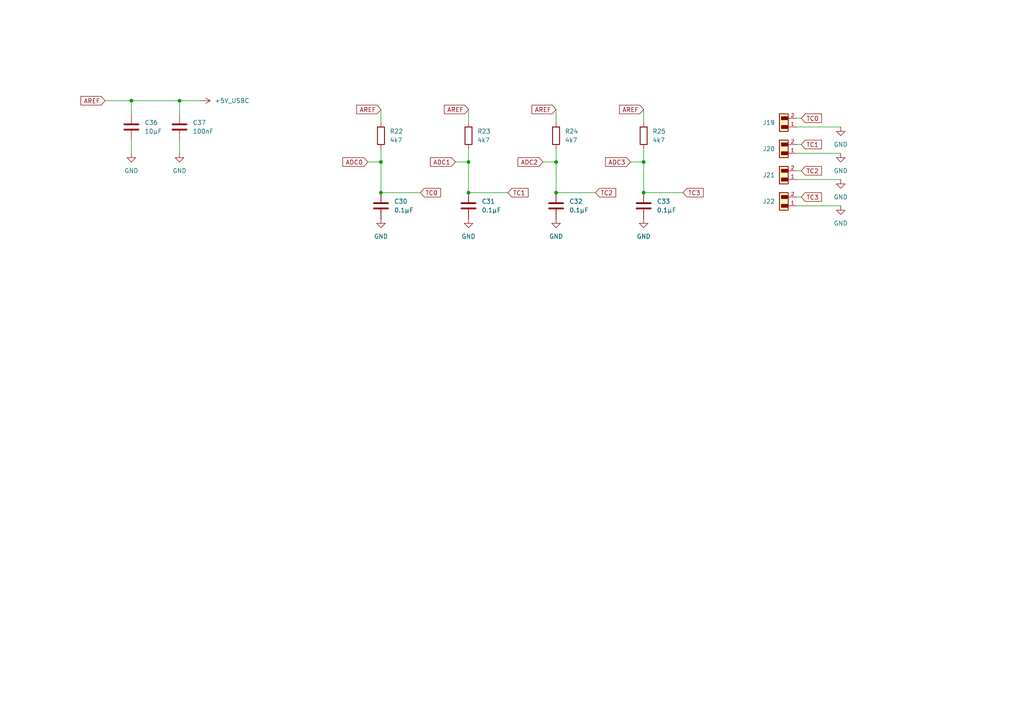
<source format=kicad_sch>
(kicad_sch (version 20231120) (generator "eeschema") (generator_version "8.0")
  (paper "A4")
  (lib_symbols
    (symbol "Device:C" (pin_numbers hide) (pin_names (offset 0.254))
      (property "Reference" "C" (at 0.635 2.54 0))
      (property "Value" "C" (at 0.635 -2.54 0))
      (symbol "C_0_1"
        (polyline (pts (xy -2.032 -0.762) (xy 2.032 -0.762)) (stroke (width 0.508)))
        (polyline (pts (xy -2.032 0.762) (xy 2.032 0.762)) (stroke (width 0.508)))
      )
      (symbol "C_1_1"
        (pin passive line (at 0 3.81 270) (length 2.794) (name "~") (number "1"))
        (pin passive line (at 0 -3.81 90) (length 2.794) (name "~") (number "2"))
      )
    )
    (symbol "Device:R" (pin_numbers hide) (pin_names (offset 0))
      (property "Reference" "R" (at 2.032 0 90))
      (property "Value" "R" (at 0 0 90))
      (symbol "R_0_1"
        (rectangle (start -1.016 -2.54) (end 1.016 2.54) (stroke (width 0.254)))
      )
      (symbol "R_1_1"
        (pin passive line (at 0 3.81 270) (length 1.27) (name "~") (number "1"))
        (pin passive line (at 0 -3.81 90) (length 1.27) (name "~") (number "2"))
      )
    )
    (symbol "Imported_Component_Symbols:665102131822" (pin_names (offset 1.016))
      (property "Reference" "J" (at 2.146 -0.832 0))
      (symbol "665102131822_0_0"
        (rectangle (start -3.81 -2.54) (end 1.27 0) (stroke (width 0.254)) (fill (type background)))
        (rectangle (start -3.04 -2.5) (end -2.04 -0.5) (stroke (width 0.1)) (fill (type outline)))
        (rectangle (start -0.5 -2.5) (end 0.5 -0.5) (stroke (width 0.1)) (fill (type outline)))
        (pin passive line (at 0 -5.08 90) (length 2.54) (name "~") (number "1"))
        (pin passive line (at -2.54 -5.08 90) (length 2.54) (name "~") (number "2"))
      )
    )
    (symbol "power:+5C" (power) (pin_numbers hide) (pin_names (offset 0) hide)
      (property "Value" "+5C" (at 0 3.556 0))
      (symbol "+5C_0_1"
        (polyline (pts (xy -0.762 1.27) (xy 0 2.54)))
        (polyline (pts (xy 0 0) (xy 0 2.54)))
        (polyline (pts (xy 0 2.54) (xy 0.762 1.27)))
      )
      (symbol "+5C_1_1"
        (pin power_in line (at 0 0 90) (length 0) (name "~") (number "1"))
      )
    )
    (symbol "power:GND" (power) (pin_numbers hide) (pin_names (offset 0) hide)
      (property "Value" "GND" (at 0 -3.81 0))
      (symbol "GND_0_1"
        (polyline (pts (xy 0 0) (xy 0 -1.27) (xy 1.27 -1.27) (xy 0 -2.54) (xy -1.27 -1.27) (xy 0 -1.27)))
      )
      (symbol "GND_1_1"
        (pin power_in line (at 0 0 270) (length 0) (name "~") (number "1"))
      )
    )
  )
  (junction (at 186.69 46.99))
  (junction (at 186.69 55.88))
  (junction (at 161.29 55.88))
  (junction (at 38.1 29.21))
  (junction (at 135.89 46.99))
  (junction (at 161.29 46.99))
  (junction (at 110.49 46.99))
  (junction (at 135.89 55.88))
  (junction (at 52.07 29.21))
  (junction (at 110.49 55.88))
  (wire (pts (xy 135.89 43.18) (xy 135.89 46.99)))
  (wire (pts (xy 161.29 46.99) (xy 161.29 43.18)))
  (wire (pts (xy 232.41 57.15) (xy 231.14 57.15)))
  (wire (pts (xy 161.29 31.75) (xy 161.29 35.56)))
  (wire (pts (xy 243.84 52.07) (xy 231.14 52.07)))
  (wire (pts (xy 135.89 55.88) (xy 135.89 46.99)))
  (wire (pts (xy 186.69 55.88) (xy 186.69 46.99)))
  (wire (pts (xy 161.29 46.99) (xy 157.48 46.99)))
  (wire (pts (xy 232.41 34.29) (xy 231.14 34.29)))
  (wire (pts (xy 135.89 31.75) (xy 135.89 35.56)))
  (wire (pts (xy 135.89 46.99) (xy 132.08 46.99)))
  (wire (pts (xy 243.84 44.45) (xy 231.14 44.45)))
  (wire (pts (xy 52.07 40.64) (xy 52.07 44.45)))
  (wire (pts (xy 52.07 29.21) (xy 58.42 29.21)))
  (wire (pts (xy 38.1 29.21) (xy 52.07 29.21)))
  (wire (pts (xy 243.84 59.69) (xy 231.14 59.69)))
  (wire (pts (xy 161.29 55.88) (xy 161.29 46.99)))
  (wire (pts (xy 110.49 43.18) (xy 110.49 46.99)))
  (wire (pts (xy 110.49 46.99) (xy 106.68 46.99)))
  (wire (pts (xy 186.69 43.18) (xy 186.69 46.99)))
  (wire (pts (xy 38.1 29.21) (xy 38.1 33.02)))
  (wire (pts (xy 161.29 55.88) (xy 172.72 55.88)))
  (wire (pts (xy 52.07 29.21) (xy 52.07 33.02)))
  (wire (pts (xy 110.49 31.75) (xy 110.49 35.56)))
  (wire (pts (xy 110.49 55.88) (xy 110.49 46.99)))
  (wire (pts (xy 232.41 49.53) (xy 231.14 49.53)))
  (wire (pts (xy 30.48 29.21) (xy 38.1 29.21)))
  (wire (pts (xy 186.69 55.88) (xy 198.12 55.88)))
  (wire (pts (xy 135.89 55.88) (xy 147.32 55.88)))
  (wire (pts (xy 186.69 31.75) (xy 186.69 35.56)))
  (wire (pts (xy 110.49 55.88) (xy 121.92 55.88)))
  (wire (pts (xy 243.84 36.83) (xy 231.14 36.83)))
  (wire (pts (xy 232.41 41.91) (xy 231.14 41.91)))
  (wire (pts (xy 38.1 40.64) (xy 38.1 44.45)))
  (wire (pts (xy 186.69 46.99) (xy 182.88 46.99)))
  (global_label "TC3" (shape input) (at 232.41 57.15 0) (property "Intersheetrefs" "${INTERSHEET_REFS}" (effects (hide yes))))
  (global_label "AREF" (shape input) (at 186.69 31.75 180) (property "Intersheetrefs" "${INTERSHEET_REFS}" (effects (hide yes))))
  (global_label "AREF" (shape input) (at 30.48 29.21 180) (property "Intersheetrefs" "${INTERSHEET_REFS}" (effects (hide yes))))
  (global_label "TC2" (shape input) (at 172.72 55.88 0) (property "Intersheetrefs" "${INTERSHEET_REFS}" (effects (hide yes))))
  (global_label "TC0" (shape input) (at 121.92 55.88 0) (property "Intersheetrefs" "${INTERSHEET_REFS}" (effects (hide yes))))
  (global_label "TC3" (shape input) (at 198.12 55.88 0) (property "Intersheetrefs" "${INTERSHEET_REFS}" (effects (hide yes))))
  (global_label "TC1" (shape input) (at 232.41 41.91 0) (property "Intersheetrefs" "${INTERSHEET_REFS}" (effects (hide yes))))
  (global_label "AREF" (shape input) (at 161.29 31.75 180) (property "Intersheetrefs" "${INTERSHEET_REFS}" (effects (hide yes))))
  (global_label "TC1" (shape input) (at 147.32 55.88 0) (property "Intersheetrefs" "${INTERSHEET_REFS}" (effects (hide yes))))
  (global_label "ADC0" (shape input) (at 106.68 46.99 180) (property "Intersheetrefs" "${INTERSHEET_REFS}" (effects (hide yes))))
  (global_label "AREF" (shape input) (at 110.49 31.75 180) (property "Intersheetrefs" "${INTERSHEET_REFS}" (effects (hide yes))))
  (global_label "ADC3" (shape input) (at 182.88 46.99 180) (property "Intersheetrefs" "${INTERSHEET_REFS}" (effects (hide yes))))
  (global_label "ADC2" (shape input) (at 157.48 46.99 180) (property "Intersheetrefs" "${INTERSHEET_REFS}" (effects (hide yes))))
  (global_label "TC0" (shape input) (at 232.41 34.29 0) (property "Intersheetrefs" "${INTERSHEET_REFS}" (effects (hide yes))))
  (global_label "ADC1" (shape input) (at 132.08 46.99 180) (property "Intersheetrefs" "${INTERSHEET_REFS}" (effects (hide yes))))
  (global_label "TC2" (shape input) (at 232.41 49.53 0) (property "Intersheetrefs" "${INTERSHEET_REFS}" (effects (hide yes))))
  (global_label "AREF" (shape input) (at 135.89 31.75 180) (property "Intersheetrefs" "${INTERSHEET_REFS}" (effects (hide yes))))
  (symbol (lib_id "power:GND") (at 243.84 59.69 0) (mirror y) (unit 1)
    (property "Reference" "#PWR0119" (effects (hide yes)))
    (property "Value" "GND" (at 243.84 64.77 0))
    (property "Description" "Power symbol creates a global label with name \"GND\" , ground" (effects (hide yes)))
  )
  (symbol (lib_id "Device:C") (at 135.89 59.69 0) (unit 1)
    (property "Reference" "C31" (at 139.7 58.4199 0) (effects (justify left)))
    (property "Value" "0.1µF" (at 139.7 60.9599 0) (effects (justify left)))
    (property "Footprint" "Capacitor_SMD:C_0402_1005Metric_Pad0.74x0.62mm_HandSolder" (effects (hide yes)))
    (property "Description" "Unpolarized capacitor" (effects (hide yes)))
  )
  (symbol (lib_id "Imported_Component_Symbols:665102131822") (at 226.06 59.69 90) (mirror x) (unit 1)
    (property "Reference" "J22" (at 224.79 58.4199 90) (effects (justify left)))
    (property "Value" "T3" (effects (hide yes)))
    (property "Footprint" "Imported_Component_Footprints:665102131822" (effects (hide yes)))
    (property "CONTACT-RESISTANCE" "20mOhm" (effects (hide yes)))
    (property "GENDER" "Male" (effects (hide yes)))
    (property "MOUNT" "SMT" (effects (hide yes)))
    (property "IR" "1A" (effects (hide yes)))
    (property "L" "4mm" (effects (hide yes)))
    (property "PACKAGING" "Tape and Reel" (effects (hide yes)))
    (property "PART-NUMBER" "665102131822" (effects (hide yes)))
    (property "DATASHEET-URL" "https://www.we-online.com/redexpert/spec/665102131822?ae" (effects (hide yes)))
    (property "WORKING-VOLTAGE" "50V(AC)" (effects (hide yes)))
    (property "PINS" "2" (effects (hide yes)))
    (property "PITCH" "1mm" (effects (hide yes)))
    (property "TYPE" "Horizontal" (effects (hide yes)))
    (property "PCB-CABLE-PANEL" "PCB" (effects (hide yes)))
  )
  (symbol (lib_id "power:GND") (at 243.84 36.83 0) (mirror y) (unit 1)
    (property "Reference" "#PWR0116" (effects (hide yes)))
    (property "Value" "GND" (at 243.84 41.91 0))
    (property "Description" "Power symbol creates a global label with name \"GND\" , ground" (effects (hide yes)))
  )
  (symbol (lib_id "Imported_Component_Symbols:665102131822") (at 226.06 52.07 90) (mirror x) (unit 1)
    (property "Reference" "J21" (at 224.79 50.7999 90) (effects (justify left)))
    (property "Value" "T2" (effects (hide yes)))
    (property "Footprint" "Imported_Component_Footprints:665102131822" (effects (hide yes)))
    (property "CONTACT-RESISTANCE" "20mOhm" (effects (hide yes)))
    (property "GENDER" "Male" (effects (hide yes)))
    (property "MOUNT" "SMT" (effects (hide yes)))
    (property "IR" "1A" (effects (hide yes)))
    (property "L" "4mm" (effects (hide yes)))
    (property "PACKAGING" "Tape and Reel" (effects (hide yes)))
    (property "PART-NUMBER" "665102131822" (effects (hide yes)))
    (property "DATASHEET-URL" "https://www.we-online.com/redexpert/spec/665102131822?ae" (effects (hide yes)))
    (property "WORKING-VOLTAGE" "50V(AC)" (effects (hide yes)))
    (property "PINS" "2" (effects (hide yes)))
    (property "PITCH" "1mm" (effects (hide yes)))
    (property "TYPE" "Horizontal" (effects (hide yes)))
    (property "PCB-CABLE-PANEL" "PCB" (effects (hide yes)))
  )
  (symbol (lib_id "Device:R") (at 186.69 39.37 0) (unit 1)
    (property "Reference" "R25" (at 189.23 38.0999 0) (effects (justify left)))
    (property "Value" "4k7" (at 189.23 40.6399 0) (effects (justify left)))
    (property "Footprint" "Resistor_SMD:R_0402_1005Metric" (effects (hide yes)))
    (property "Description" "Resistor" (effects (hide yes)))
  )
  (symbol (lib_id "power:GND") (at 243.84 44.45 0) (mirror y) (unit 1)
    (property "Reference" "#PWR0117" (effects (hide yes)))
    (property "Value" "GND" (at 243.84 49.53 0))
    (property "Description" "Power symbol creates a global label with name \"GND\" , ground" (effects (hide yes)))
  )
  (symbol (lib_id "power:GND") (at 110.49 63.5 0) (unit 1)
    (property "Reference" "#PWR0120" (effects (hide yes)))
    (property "Value" "GND" (at 110.49 68.58 0))
    (property "Description" "Power symbol creates a global label with name \"GND\" , ground" (effects (hide yes)))
  )
  (symbol (lib_id "power:GND") (at 38.1 44.45 0) (unit 1)
    (property "Reference" "#PWR074" (effects (hide yes)))
    (property "Value" "GND" (at 38.1 49.53 0))
    (property "Description" "Power symbol creates a global label with name \"GND\" , ground" (effects (hide yes)))
  )
  (symbol (lib_id "power:GND") (at 161.29 63.5 0) (unit 1)
    (property "Reference" "#PWR0122" (effects (hide yes)))
    (property "Value" "GND" (at 161.29 68.58 0))
    (property "Description" "Power symbol creates a global label with name \"GND\" , ground" (effects (hide yes)))
  )
  (symbol (lib_id "Device:C") (at 110.49 59.69 0) (unit 1)
    (property "Reference" "C30" (at 114.3 58.4199 0) (effects (justify left)))
    (property "Value" "0.1µF" (at 114.3 60.9599 0) (effects (justify left)))
    (property "Footprint" "Capacitor_SMD:C_0402_1005Metric_Pad0.74x0.62mm_HandSolder" (effects (hide yes)))
    (property "Description" "Unpolarized capacitor" (effects (hide yes)))
  )
  (symbol (lib_id "power:GND") (at 135.89 63.5 0) (unit 1)
    (property "Reference" "#PWR0121" (effects (hide yes)))
    (property "Value" "GND" (at 135.89 68.58 0))
    (property "Description" "Power symbol creates a global label with name \"GND\" , ground" (effects (hide yes)))
  )
  (symbol (lib_id "Imported_Component_Symbols:665102131822") (at 226.06 36.83 90) (mirror x) (unit 1)
    (property "Reference" "J19" (at 224.79 35.5599 90) (effects (justify left)))
    (property "Value" "T2" (effects (hide yes)))
    (property "Footprint" "Imported_Component_Footprints:665102131822" (effects (hide yes)))
    (property "CONTACT-RESISTANCE" "20mOhm" (effects (hide yes)))
    (property "GENDER" "Male" (effects (hide yes)))
    (property "MOUNT" "SMT" (effects (hide yes)))
    (property "IR" "1A" (effects (hide yes)))
    (property "L" "4mm" (effects (hide yes)))
    (property "PACKAGING" "Tape and Reel" (effects (hide yes)))
    (property "PART-NUMBER" "665102131822" (effects (hide yes)))
    (property "DATASHEET-URL" "https://www.we-online.com/redexpert/spec/665102131822?ae" (effects (hide yes)))
    (property "WORKING-VOLTAGE" "50V(AC)" (effects (hide yes)))
    (property "PINS" "2" (effects (hide yes)))
    (property "PITCH" "1mm" (effects (hide yes)))
    (property "TYPE" "Horizontal" (effects (hide yes)))
    (property "PCB-CABLE-PANEL" "PCB" (effects (hide yes)))
  )
  (symbol (lib_id "Device:C") (at 186.69 59.69 0) (unit 1)
    (property "Reference" "C33" (at 190.5 58.4199 0) (effects (justify left)))
    (property "Value" "0.1µF" (at 190.5 60.9599 0) (effects (justify left)))
    (property "Footprint" "Capacitor_SMD:C_0402_1005Metric_Pad0.74x0.62mm_HandSolder" (effects (hide yes)))
    (property "Description" "Unpolarized capacitor" (effects (hide yes)))
  )
  (symbol (lib_id "power:GND") (at 186.69 63.5 0) (unit 1)
    (property "Reference" "#PWR0123" (effects (hide yes)))
    (property "Value" "GND" (at 186.69 68.58 0))
    (property "Description" "Power symbol creates a global label with name \"GND\" , ground" (effects (hide yes)))
  )
  (symbol (lib_id "power:GND") (at 243.84 52.07 0) (mirror y) (unit 1)
    (property "Reference" "#PWR0118" (effects (hide yes)))
    (property "Value" "GND" (at 243.84 57.15 0))
    (property "Description" "Power symbol creates a global label with name \"GND\" , ground" (effects (hide yes)))
  )
  (symbol (lib_id "Device:R") (at 110.49 39.37 0) (unit 1)
    (property "Reference" "R22" (at 113.03 38.0999 0) (effects (justify left)))
    (property "Value" "4k7" (at 113.03 40.6399 0) (effects (justify left)))
    (property "Footprint" "Resistor_SMD:R_0402_1005Metric" (effects (hide yes)))
    (property "Description" "Resistor" (effects (hide yes)))
  )
  (symbol (lib_id "Device:C") (at 52.07 36.83 0) (unit 1)
    (property "Reference" "C37" (at 55.88 35.5599 0) (effects (justify left)))
    (property "Value" "100nF" (at 55.88 38.0999 0) (effects (justify left)))
    (property "Footprint" "Capacitor_SMD:C_0402_1005Metric_Pad0.74x0.62mm_HandSolder" (effects (hide yes)))
    (property "Description" "Unpolarized capacitor" (effects (hide yes)))
  )
  (symbol (lib_id "Device:C") (at 161.29 59.69 0) (unit 1)
    (property "Reference" "C32" (at 165.1 58.4199 0) (effects (justify left)))
    (property "Value" "0.1µF" (at 165.1 60.9599 0) (effects (justify left)))
    (property "Footprint" "Capacitor_SMD:C_0402_1005Metric_Pad0.74x0.62mm_HandSolder" (effects (hide yes)))
    (property "Description" "Unpolarized capacitor" (effects (hide yes)))
  )
  (symbol (lib_id "power:GND") (at 52.07 44.45 0) (unit 1)
    (property "Reference" "#PWR077" (effects (hide yes)))
    (property "Value" "GND" (at 52.07 49.53 0))
    (property "Description" "Power symbol creates a global label with name \"GND\" , ground" (effects (hide yes)))
  )
  (symbol (lib_id "Device:R") (at 161.29 39.37 0) (unit 1)
    (property "Reference" "R24" (at 163.83 38.0999 0) (effects (justify left)))
    (property "Value" "4k7" (at 163.83 40.6399 0) (effects (justify left)))
    (property "Footprint" "Resistor_SMD:R_0402_1005Metric" (effects (hide yes)))
    (property "Description" "Resistor" (effects (hide yes)))
  )
  (symbol (lib_id "power:+5C") (at 58.42 29.21 270) (unit 1)
    (property "Reference" "#PWR0115" (effects (hide yes)))
    (property "Value" "+5V_USBC" (at 62.23 29.2101 90) (effects (justify left)))
    (property "Description" "Power symbol creates a global label with name \"+5C\"" (effects (hide yes)))
  )
  (symbol (lib_id "Device:R") (at 135.89 39.37 0) (unit 1)
    (property "Reference" "R23" (at 138.43 38.0999 0) (effects (justify left)))
    (property "Value" "4k7" (at 138.43 40.6399 0) (effects (justify left)))
    (property "Footprint" "Resistor_SMD:R_0402_1005Metric" (effects (hide yes)))
    (property "Description" "Resistor" (effects (hide yes)))
  )
  (symbol (lib_id "Device:C") (at 38.1 36.83 0) (unit 1)
    (property "Reference" "C36" (at 41.91 35.5599 0) (effects (justify left)))
    (property "Value" "10µF" (at 41.91 38.0999 0) (effects (justify left)))
    (property "Footprint" "Capacitor_SMD:C_0805_2012Metric_Pad1.18x1.45mm_HandSolder" (effects (hide yes)))
    (property "Description" "Unpolarized capacitor" (effects (hide yes)))
  )
  (symbol (lib_id "Imported_Component_Symbols:665102131822") (at 226.06 44.45 90) (mirror x) (unit 1)
    (property "Reference" "J20" (at 224.79 43.1799 90) (effects (justify left)))
    (property "Value" "T2" (effects (hide yes)))
    (property "Footprint" "Imported_Component_Footprints:665102131822" (effects (hide yes)))
    (property "CONTACT-RESISTANCE" "20mOhm" (effects (hide yes)))
    (property "GENDER" "Male" (effects (hide yes)))
    (property "MOUNT" "SMT" (effects (hide yes)))
    (property "IR" "1A" (effects (hide yes)))
    (property "L" "4mm" (effects (hide yes)))
    (property "PACKAGING" "Tape and Reel" (effects (hide yes)))
    (property "PART-NUMBER" "665102131822" (effects (hide yes)))
    (property "DATASHEET-URL" "https://www.we-online.com/redexpert/spec/665102131822?ae" (effects (hide yes)))
    (property "WORKING-VOLTAGE" "50V(AC)" (effects (hide yes)))
    (property "PINS" "2" (effects (hide yes)))
    (property "PITCH" "1mm" (effects (hide yes)))
    (property "TYPE" "Horizontal" (effects (hide yes)))
    (property "PCB-CABLE-PANEL" "PCB" (effects (hide yes)))
  )
)
</source>
